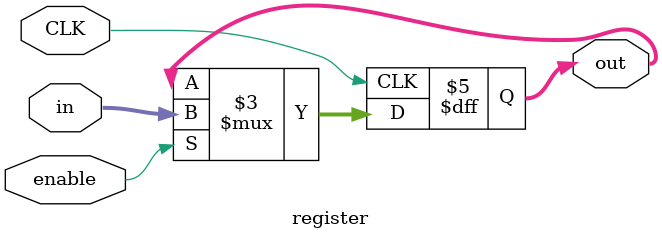
<source format=v>
module register (CLK, enable, in, out);

input wire CLK;
input wire enable;
input wire [31:0] in;

output reg [31:0] out;

always @ (negedge CLK)
begin
	if (enable)
		out <= in;
	else out <= out;
end

endmodule
</source>
